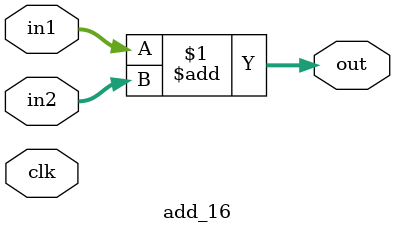
<source format=v>
module add_16(in1, in2 , out,clk);		// Implements a full 16-bit adder	
	output  [15:0]  out;
	input clk;
	input  [15:0] in1, in2;
	
	assign out = in1+in2;
	
endmodule
</source>
